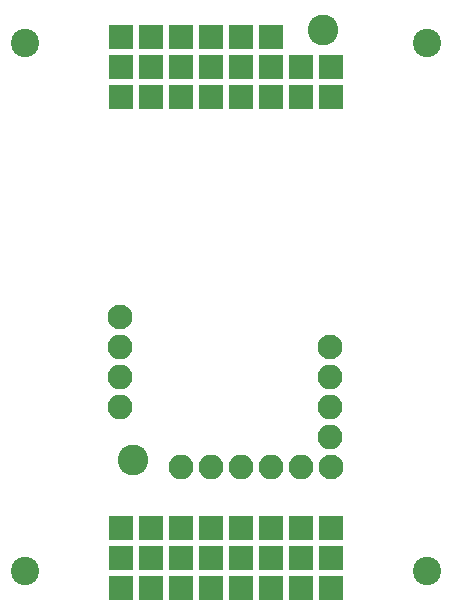
<source format=gts>
G04 #@! TF.FileFunction,Soldermask,Top*
%FSLAX46Y46*%
G04 Gerber Fmt 4.6, Leading zero omitted, Abs format (unit mm)*
G04 Created by KiCad (PCBNEW 4.0.2-stable) date 06.07.2017 11:38:56*
%MOMM*%
G01*
G04 APERTURE LIST*
%ADD10C,0.100000*%
%ADD11C,2.600000*%
%ADD12R,2.100000X2.100000*%
%ADD13C,2.100000*%
%ADD14O,2.100000X2.100000*%
%ADD15C,2.400000*%
G04 APERTURE END LIST*
D10*
D11*
X188087000Y-86741000D03*
D12*
X170942000Y-92392500D03*
X173482000Y-92392500D03*
X176022000Y-92392500D03*
X178562000Y-92392500D03*
X181102000Y-92392500D03*
X183642000Y-92392500D03*
X186182000Y-92392500D03*
X188722000Y-92392500D03*
X170942000Y-89852500D03*
X173482000Y-89852500D03*
X176022000Y-89852500D03*
X178562000Y-89852500D03*
X181102000Y-89852500D03*
X183642000Y-89852500D03*
X186182000Y-89852500D03*
X188722000Y-89852500D03*
X170942000Y-87312500D03*
X173482000Y-87312500D03*
X176022000Y-87312500D03*
X178562000Y-87312500D03*
X181102000Y-87312500D03*
X183642000Y-87312500D03*
X170942000Y-128905000D03*
X173482000Y-128905000D03*
X176022000Y-128905000D03*
X178562000Y-128905000D03*
X181102000Y-128905000D03*
X183642000Y-128905000D03*
X186182000Y-128905000D03*
X188722000Y-128905000D03*
X170942000Y-131445000D03*
X173482000Y-131445000D03*
X176022000Y-131445000D03*
X178562000Y-131445000D03*
X181102000Y-131445000D03*
X183642000Y-131445000D03*
X186182000Y-131445000D03*
X188722000Y-131445000D03*
X170942000Y-133985000D03*
X173482000Y-133985000D03*
X176022000Y-133985000D03*
X178562000Y-133985000D03*
X181102000Y-133985000D03*
X183642000Y-133985000D03*
X186182000Y-133985000D03*
X188722000Y-133985000D03*
D13*
X170878500Y-111061500D03*
D14*
X170878500Y-113601500D03*
X170878500Y-116141500D03*
X170878500Y-118681500D03*
D13*
X188658500Y-113601500D03*
D14*
X188658500Y-116141500D03*
X188658500Y-118681500D03*
X188658500Y-121221500D03*
D13*
X188722000Y-123761500D03*
D14*
X186182000Y-123761500D03*
X183642000Y-123761500D03*
X181102000Y-123761500D03*
X178562000Y-123761500D03*
X176022000Y-123761500D03*
D11*
X171958000Y-123190000D03*
D15*
X196850000Y-87886000D03*
X196850000Y-132586000D03*
X162814000Y-132586000D03*
X162814000Y-87886000D03*
M02*

</source>
